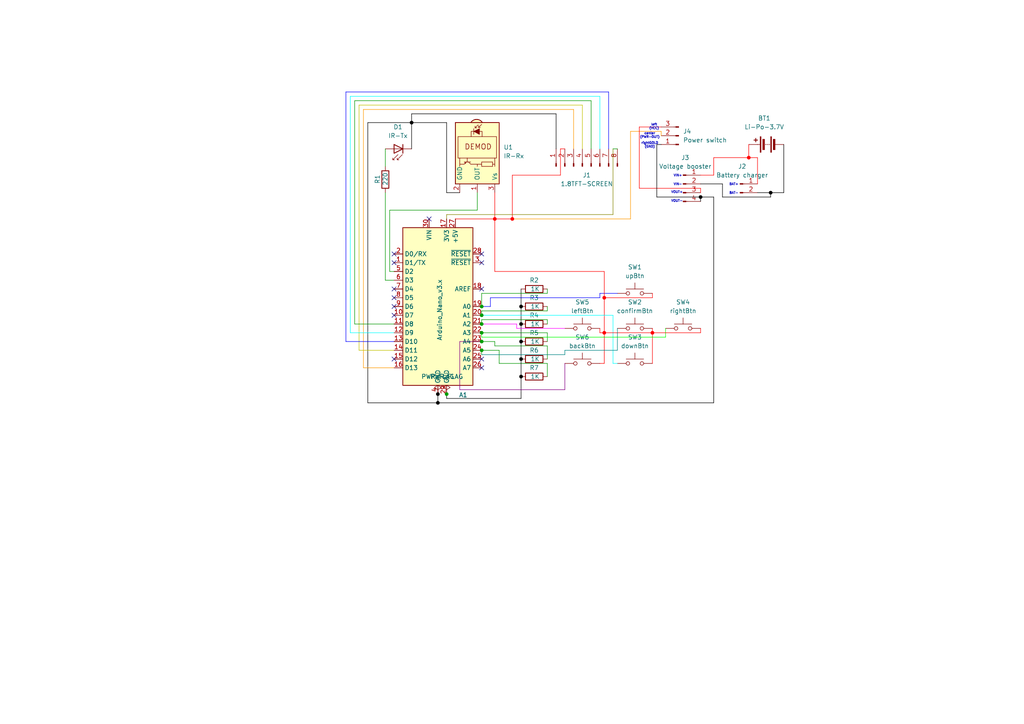
<source format=kicad_sch>
(kicad_sch (version 20231120) (generator "eeschema") (generator_version "8.0")
  (paper "A4")
  (lib_symbols
    (symbol "Connector:Conn_01x02_Pin" (pin_names (offset 1.016) hide)
      (property "Reference" "J" (at 0 2.54 0))
      (property "Value" "Conn_01x02_Pin" (at 0 -5.08 0))
      (symbol "Conn_01x02_Pin_1_1"
        (polyline (pts (xy 1.27 -2.54) (xy 0.8636 -2.54)) (stroke (width 0.1524)))
        (polyline (pts (xy 1.27 0) (xy 0.8636 0)) (stroke (width 0.1524)))
        (rectangle (start 0.8636 -2.413) (end 0 -2.667) (stroke (width 0.1524)) (fill (type outline)))
        (rectangle (start 0.8636 0.127) (end 0 -0.127) (stroke (width 0.1524)) (fill (type outline)))
        (pin passive line (at 5.08 0 180) (length 3.81) (name "Pin_1") (number "1"))
        (pin passive line (at 5.08 -2.54 180) (length 3.81) (name "Pin_2") (number "2"))
      )
    )
    (symbol "Connector:Conn_01x03_Pin" (pin_names (offset 1.016) hide)
      (property "Reference" "J" (at 0 5.08 0))
      (property "Value" "Conn_01x03_Pin" (at 0 -5.08 0))
      (symbol "Conn_01x03_Pin_1_1"
        (polyline (pts (xy 1.27 -2.54) (xy 0.8636 -2.54)) (stroke (width 0.1524)))
        (polyline (pts (xy 1.27 0) (xy 0.8636 0)) (stroke (width 0.1524)))
        (polyline (pts (xy 1.27 2.54) (xy 0.8636 2.54)) (stroke (width 0.1524)))
        (rectangle (start 0.8636 -2.413) (end 0 -2.667) (stroke (width 0.1524)) (fill (type outline)))
        (rectangle (start 0.8636 0.127) (end 0 -0.127) (stroke (width 0.1524)) (fill (type outline)))
        (rectangle (start 0.8636 2.667) (end 0 2.413) (stroke (width 0.1524)) (fill (type outline)))
        (pin passive line (at 5.08 2.54 180) (length 3.81) (name "Pin_1") (number "1"))
        (pin passive line (at 5.08 0 180) (length 3.81) (name "Pin_2") (number "2"))
        (pin passive line (at 5.08 -2.54 180) (length 3.81) (name "Pin_3") (number "3"))
      )
    )
    (symbol "Connector:Conn_01x04_Pin" (pin_names (offset 1.016) hide)
      (property "Reference" "J" (at 0 5.08 0))
      (property "Value" "Conn_01x04_Pin" (at 0 -7.62 0))
      (symbol "Conn_01x04_Pin_1_1"
        (polyline (pts (xy 1.27 -5.08) (xy 0.8636 -5.08)) (stroke (width 0.1524)))
        (polyline (pts (xy 1.27 -2.54) (xy 0.8636 -2.54)) (stroke (width 0.1524)))
        (polyline (pts (xy 1.27 0) (xy 0.8636 0)) (stroke (width 0.1524)))
        (polyline (pts (xy 1.27 2.54) (xy 0.8636 2.54)) (stroke (width 0.1524)))
        (rectangle (start 0.8636 -4.953) (end 0 -5.207) (stroke (width 0.1524)) (fill (type outline)))
        (rectangle (start 0.8636 -2.413) (end 0 -2.667) (stroke (width 0.1524)) (fill (type outline)))
        (rectangle (start 0.8636 0.127) (end 0 -0.127) (stroke (width 0.1524)) (fill (type outline)))
        (rectangle (start 0.8636 2.667) (end 0 2.413) (stroke (width 0.1524)) (fill (type outline)))
        (pin passive line (at 5.08 2.54 180) (length 3.81) (name "Pin_1") (number "1"))
        (pin passive line (at 5.08 0 180) (length 3.81) (name "Pin_2") (number "2"))
        (pin passive line (at 5.08 -2.54 180) (length 3.81) (name "Pin_3") (number "3"))
        (pin passive line (at 5.08 -5.08 180) (length 3.81) (name "Pin_4") (number "4"))
      )
    )
    (symbol "Connector:Conn_01x08_Pin" (pin_names (offset 1.016) hide)
      (property "Reference" "J" (at 0 10.16 0))
      (property "Value" "Conn_01x08_Pin" (at 0 -12.7 0))
      (symbol "Conn_01x08_Pin_1_1"
        (polyline (pts (xy 1.27 -10.16) (xy 0.8636 -10.16)) (stroke (width 0.1524)))
        (polyline (pts (xy 1.27 -7.62) (xy 0.8636 -7.62)) (stroke (width 0.1524)))
        (polyline (pts (xy 1.27 -5.08) (xy 0.8636 -5.08)) (stroke (width 0.1524)))
        (polyline (pts (xy 1.27 -2.54) (xy 0.8636 -2.54)) (stroke (width 0.1524)))
        (polyline (pts (xy 1.27 0) (xy 0.8636 0)) (stroke (width 0.1524)))
        (polyline (pts (xy 1.27 2.54) (xy 0.8636 2.54)) (stroke (width 0.1524)))
        (polyline (pts (xy 1.27 5.08) (xy 0.8636 5.08)) (stroke (width 0.1524)))
        (polyline (pts (xy 1.27 7.62) (xy 0.8636 7.62)) (stroke (width 0.1524)))
        (rectangle (start 0.8636 -10.033) (end 0 -10.287) (stroke (width 0.1524)) (fill (type outline)))
        (rectangle (start 0.8636 -7.493) (end 0 -7.747) (stroke (width 0.1524)) (fill (type outline)))
        (rectangle (start 0.8636 -4.953) (end 0 -5.207) (stroke (width 0.1524)) (fill (type outline)))
        (rectangle (start 0.8636 -2.413) (end 0 -2.667) (stroke (width 0.1524)) (fill (type outline)))
        (rectangle (start 0.8636 0.127) (end 0 -0.127) (stroke (width 0.1524)) (fill (type outline)))
        (rectangle (start 0.8636 2.667) (end 0 2.413) (stroke (width 0.1524)) (fill (type outline)))
        (rectangle (start 0.8636 5.207) (end 0 4.953) (stroke (width 0.1524)) (fill (type outline)))
        (rectangle (start 0.8636 7.747) (end 0 7.493) (stroke (width 0.1524)) (fill (type outline)))
        (pin passive line (at 5.08 7.62 180) (length 3.81) (name "Pin_1") (number "1"))
        (pin passive line (at 5.08 5.08 180) (length 3.81) (name "Pin_2") (number "2"))
        (pin passive line (at 5.08 2.54 180) (length 3.81) (name "Pin_3") (number "3"))
        (pin passive line (at 5.08 0 180) (length 3.81) (name "Pin_4") (number "4"))
        (pin passive line (at 5.08 -2.54 180) (length 3.81) (name "Pin_5") (number "5"))
        (pin passive line (at 5.08 -5.08 180) (length 3.81) (name "Pin_6") (number "6"))
        (pin passive line (at 5.08 -7.62 180) (length 3.81) (name "Pin_7") (number "7"))
        (pin passive line (at 5.08 -10.16 180) (length 3.81) (name "Pin_8") (number "8"))
      )
    )
    (symbol "Device:Battery" (pin_numbers hide) (pin_names (offset 0) hide)
      (property "Reference" "BT" (at 2.54 2.54 0))
      (property "Value" "Battery" (at 2.54 0 0))
      (symbol "Battery_0_1"
        (rectangle (start -2.286 -1.27) (end 2.286 -1.524) (fill (type outline)))
        (rectangle (start -2.286 1.778) (end 2.286 1.524) (fill (type outline)))
        (rectangle (start -1.524 -2.032) (end 1.524 -2.54) (fill (type outline)))
        (rectangle (start -1.524 1.016) (end 1.524 0.508) (fill (type outline)))
        (polyline (pts (xy 0 -1.016) (xy 0 -0.762)))
        (polyline (pts (xy 0 -0.508) (xy 0 -0.254)))
        (polyline (pts (xy 0 0) (xy 0 0.254)))
        (polyline (pts (xy 0 1.778) (xy 0 2.54)))
        (polyline (pts (xy 0.762 3.048) (xy 1.778 3.048)) (stroke (width 0.254)))
        (polyline (pts (xy 1.27 3.556) (xy 1.27 2.54)) (stroke (width 0.254)))
      )
      (symbol "Battery_1_1"
        (pin passive line (at 0 5.08 270) (length 2.54) (name "+") (number "1"))
        (pin passive line (at 0 -5.08 90) (length 2.54) (name "-") (number "2"))
      )
    )
    (symbol "Device:R" (pin_numbers hide) (pin_names (offset 0))
      (property "Reference" "R" (at 2.032 0 90))
      (property "Value" "R" (at 0 0 90))
      (symbol "R_0_1"
        (rectangle (start -1.016 -2.54) (end 1.016 2.54) (stroke (width 0.254)))
      )
      (symbol "R_1_1"
        (pin passive line (at 0 3.81 270) (length 1.27) (name "~") (number "1"))
        (pin passive line (at 0 -3.81 90) (length 1.27) (name "~") (number "2"))
      )
    )
    (symbol "Interface_Optical:TSDP341xx" (pin_names (offset 1.016))
      (property "Reference" "U" (at -10.16 7.62 0))
      (property "Value" "TSDP341xx" (at -10.16 -7.62 0))
      (symbol "TSDP341xx_0_0"
        (arc (start -10.287 1.397) (mid -11.0899 -0.1852) (end -10.287 -1.778) (stroke (width 0.254)) (fill (type background)))
        (polyline (pts (xy 1.905 -5.08) (xy 0.127 -5.08)))
        (polyline (pts (xy 1.905 5.08) (xy 0.127 5.08)))
        (text "DEMOD" (at -3.175 0.254 900) (effects (font (size 1.524 1.524))))
      )
      (symbol "TSDP341xx_0_1"
        (rectangle (start -6.096 5.588) (end 0.127 -5.588))
        (polyline (pts (xy -8.763 0.381) (xy -9.652 1.27)))
        (polyline (pts (xy -8.763 0.381) (xy -9.271 0.381)))
        (polyline (pts (xy -8.763 0.381) (xy -8.763 0.889)))
        (polyline (pts (xy -8.636 -0.635) (xy -9.525 0.254)))
        (polyline (pts (xy -8.636 -0.635) (xy -9.144 -0.635)))
        (polyline (pts (xy -8.636 -0.635) (xy -8.636 -0.127)))
        (polyline (pts (xy -8.382 -1.016) (xy -6.731 -1.016)))
        (polyline (pts (xy 1.27 -2.921) (xy 0.127 -2.921)))
        (polyline (pts (xy 1.27 -1.905) (xy 1.27 -3.81)))
        (polyline (pts (xy 1.397 -3.556) (xy 1.524 -3.556)))
        (polyline (pts (xy 1.651 -3.556) (xy 1.524 -3.556)))
        (polyline (pts (xy 1.651 -3.556) (xy 1.651 -3.302)))
        (polyline (pts (xy 1.905 0) (xy 1.905 1.27)))
        (polyline (pts (xy 1.905 4.445) (xy 1.905 5.08) (xy 2.54 5.08)))
        (polyline (pts (xy -8.382 0.635) (xy -6.731 0.635) (xy -7.62 -1.016) (xy -8.382 0.635)) (fill (type outline)))
        (polyline (pts (xy -6.096 1.397) (xy -7.62 1.397) (xy -7.62 -1.778) (xy -6.096 -1.778)))
        (polyline (pts (xy 1.27 -3.175) (xy 1.905 -3.81) (xy 1.905 -5.08) (xy 2.54 -5.08)))
        (polyline (pts (xy 1.27 -2.54) (xy 1.905 -1.905) (xy 1.905 0) (xy 2.54 0)))
        (rectangle (start 2.54 1.27) (end 1.27 4.445))
        (rectangle (start 7.62 6.35) (end -10.16 -6.35) (stroke (width 0.254)) (fill (type background)))
      )
      (symbol "TSDP341xx_1_1"
        (pin output line (at 10.16 0 180) (length 2.54) (name "OUT") (number "1"))
        (pin power_in line (at 10.16 -5.08 180) (length 2.54) (name "GND") (number "2"))
        (pin power_in line (at 10.16 5.08 180) (length 2.54) (name "Vs") (number "3"))
      )
    )
    (symbol "LED:LD271" (pin_numbers hide) (pin_names (offset 1.016) hide)
      (property "Reference" "D" (at 0.508 1.778 0))
      (property "Value" "LD271" (at -1.016 -2.794 0))
      (symbol "LD271_0_1"
        (polyline (pts (xy -2.54 1.27) (xy -2.54 -1.27)) (stroke (width 0.254)))
        (polyline (pts (xy 0 0) (xy -2.54 0)))
        (polyline (pts (xy 0.381 3.175) (xy -0.127 3.175)))
        (polyline (pts (xy -1.143 1.651) (xy 0.381 3.175) (xy 0.381 2.667)))
        (polyline (pts (xy 0 -1.27) (xy -2.54 0) (xy 0 1.27) (xy 0 -1.27)) (stroke (width 0.254)))
        (polyline (pts (xy -2.413 1.651) (xy -0.889 3.175) (xy -0.889 2.667) (xy -0.889 3.175) (xy -1.397 3.175)))
      )
      (symbol "LD271_1_1"
        (pin passive line (at -5.08 0 0) (length 2.54) (name "K") (number "1"))
        (pin passive line (at 2.54 0 180) (length 2.54) (name "A") (number "2"))
      )
    )
    (symbol "MCU_Module:Arduino_Nano_v3.x"
      (property "Reference" "A" (at -10.16 23.495 0))
      (property "Value" "Arduino_Nano_v3.x" (at 5.08 -24.13 0))
      (symbol "Arduino_Nano_v3.x_0_1"
        (rectangle (start -10.16 22.86) (end 10.16 -22.86) (stroke (width 0.254)) (fill (type background)))
      )
      (symbol "Arduino_Nano_v3.x_1_1"
        (pin bidirectional line (at -12.7 12.7 0) (length 2.54) (name "D1/TX") (number "1"))
        (pin bidirectional line (at -12.7 -2.54 0) (length 2.54) (name "D7") (number "10"))
        (pin bidirectional line (at -12.7 -5.08 0) (length 2.54) (name "D8") (number "11"))
        (pin bidirectional line (at -12.7 -7.62 0) (length 2.54) (name "D9") (number "12"))
        (pin bidirectional line (at -12.7 -10.16 0) (length 2.54) (name "D10") (number "13"))
        (pin bidirectional line (at -12.7 -12.7 0) (length 2.54) (name "D11") (number "14"))
        (pin bidirectional line (at -12.7 -15.24 0) (length 2.54) (name "D12") (number "15"))
        (pin bidirectional line (at -12.7 -17.78 0) (length 2.54) (name "D13") (number "16"))
        (pin power_out line (at 2.54 25.4 270) (length 2.54) (name "3V3") (number "17"))
        (pin input line (at 12.7 5.08 180) (length 2.54) (name "AREF") (number "18"))
        (pin bidirectional line (at 12.7 0 180) (length 2.54) (name "A0") (number "19"))
        (pin bidirectional line (at -12.7 15.24 0) (length 2.54) (name "D0/RX") (number "2"))
        (pin bidirectional line (at 12.7 -2.54 180) (length 2.54) (name "A1") (number "20"))
        (pin bidirectional line (at 12.7 -5.08 180) (length 2.54) (name "A2") (number "21"))
        (pin bidirectional line (at 12.7 -7.62 180) (length 2.54) (name "A3") (number "22"))
        (pin bidirectional line (at 12.7 -10.16 180) (length 2.54) (name "A4") (number "23"))
        (pin bidirectional line (at 12.7 -12.7 180) (length 2.54) (name "A5") (number "24"))
        (pin bidirectional line (at 12.7 -15.24 180) (length 2.54) (name "A6") (number "25"))
        (pin bidirectional line (at 12.7 -17.78 180) (length 2.54) (name "A7") (number "26"))
        (pin power_out line (at 5.08 25.4 270) (length 2.54) (name "+5V") (number "27"))
        (pin input line (at 12.7 15.24 180) (length 2.54) (name "~{RESET}") (number "28"))
        (pin power_in line (at 2.54 -25.4 90) (length 2.54) (name "GND") (number "29"))
        (pin input line (at 12.7 12.7 180) (length 2.54) (name "~{RESET}") (number "3"))
        (pin power_in line (at -2.54 25.4 270) (length 2.54) (name "VIN") (number "30"))
        (pin power_in line (at 0 -25.4 90) (length 2.54) (name "GND") (number "4"))
        (pin bidirectional line (at -12.7 10.16 0) (length 2.54) (name "D2") (number "5"))
        (pin bidirectional line (at -12.7 7.62 0) (length 2.54) (name "D3") (number "6"))
        (pin bidirectional line (at -12.7 5.08 0) (length 2.54) (name "D4") (number "7"))
        (pin bidirectional line (at -12.7 2.54 0) (length 2.54) (name "D5") (number "8"))
        (pin bidirectional line (at -12.7 0 0) (length 2.54) (name "D6") (number "9"))
      )
    )
    (symbol "Switch:SW_MEC_5G" (pin_numbers hide) (pin_names (offset 1.016) hide)
      (property "Reference" "SW" (at 1.27 2.54 0))
      (property "Value" "SW_MEC_5G" (at 0 -1.524 0))
      (symbol "SW_MEC_5G_0_1"
        (circle (center -2.032 0) (radius 0.508))
        (polyline (pts (xy 0 1.27) (xy 0 3.048)))
        (polyline (pts (xy 2.54 1.27) (xy -2.54 1.27)))
        (circle (center 2.032 0) (radius 0.508))
        (pin passive line (at -5.08 0 0) (length 2.54) (name "A") (number "1"))
        (pin passive line (at 5.08 0 180) (length 2.54) (name "B") (number "3"))
      )
      (symbol "SW_MEC_5G_1_1"
        (pin passive line (at -5.08 0 0) (length 2.54) hide (name "A") (number "2"))
        (pin passive line (at 5.08 0 180) (length 2.54) hide (name "B") (number "4"))
      )
    )
    (symbol "power:PWR_FLAG" (power) (pin_numbers hide) (pin_names (offset 0) hide)
      (property "Value" "PWR_FLAG" (at 0 3.81 0))
      (symbol "PWR_FLAG_0_0"
        (pin power_out line (at 0 0 90) (length 0) (name "~") (number "1"))
      )
      (symbol "PWR_FLAG_0_1"
        (polyline (pts (xy 0 0) (xy 0 1.27) (xy -1.016 1.905) (xy 0 2.54) (xy 1.016 1.905) (xy 0 1.27)))
      )
    )
  )
  (junction (at 151.13 88.9) (color 0 0 0 1))
  (junction (at 151.13 104.14) (color 0 0 0 1))
  (junction (at 175.26 96.52) (color 255 0 0 1))
  (junction (at 223.52 55.88) (color 0 0 0 1))
  (junction (at 139.7 91.44))
  (junction (at 151.13 93.98) (color 0 0 0 1))
  (junction (at 189.23 96.52) (color 255 0 0 1))
  (junction (at 127 116.84) (color 0 0 0 1))
  (junction (at 139.7 96.52))
  (junction (at 139.7 101.6))
  (junction (at 129.54 114.3))
  (junction (at 148.59 63.5) (color 255 0 0 1))
  (junction (at 139.7 99.06))
  (junction (at 139.7 88.9))
  (junction (at 203.2 57.15) (color 0 0 0 1))
  (junction (at 151.13 99.06) (color 0 0 0 1))
  (junction (at 119.38 35.56) (color 0 0 0 1))
  (junction (at 217.17 45.72) (color 255 0 0 1))
  (junction (at 127 114.3) (color 0 0 0 1))
  (junction (at 139.7 93.98))
  (junction (at 175.26 86.36) (color 255 0 0 1))
  (junction (at 151.13 109.22) (color 0 0 0 1))
  (junction (at 143.51 63.5) (color 255 0 0 1))
  (no_connect (at 114.3 83.82))
  (no_connect (at 114.3 104.14))
  (no_connect (at 139.7 83.82))
  (no_connect (at 139.7 76.2))
  (no_connect (at 114.3 86.36))
  (no_connect (at 114.3 91.44))
  (no_connect (at 114.3 76.2))
  (no_connect (at 139.7 73.66))
  (no_connect (at 124.46 63.5))
  (no_connect (at 139.7 106.68))
  (no_connect (at 114.3 73.66))
  (no_connect (at 114.3 88.9))
  (no_connect (at 139.7 104.14))
  (wire (pts (xy 171.45 43.18) (xy 171.45 29.21)))
  (wire (pts (xy 175.26 86.36) (xy 189.23 86.36)) (stroke (width 0) (color 255 0 0 1)))
  (wire (pts (xy 158.75 85.09) (xy 139.7 85.09)))
  (wire (pts (xy 127 116.84) (xy 106.68 116.84)) (stroke (width 0) (color 0 0 0 1)))
  (wire (pts (xy 151.13 115.57) (xy 129.54 115.57)) (stroke (width 0) (color 0 0 0 1)))
  (wire (pts (xy 101.6 96.52) (xy 114.3 96.52)) (stroke (width 0) (color 0 255 255 1)))
  (wire (pts (xy 163.83 43.18) (xy 162.56 43.18)) (stroke (width 0) (color 255 0 0 1)))
  (wire (pts (xy 163.83 113.03) (xy 163.83 105.41)) (stroke (width 0) (color 132 0 132 1)))
  (wire (pts (xy 161.29 43.18) (xy 161.29 33.02)) (stroke (width 0) (color 0 0 0 1)))
  (wire (pts (xy 203.2 54.61) (xy 185.42 54.61)) (stroke (width 0) (color 255 0 0 1)))
  (wire (pts (xy 106.68 35.56) (xy 119.38 35.56)) (stroke (width 0) (color 0 0 0 1)))
  (wire (pts (xy 148.59 63.5) (xy 143.51 63.5)) (stroke (width 0) (color 255 0 9 1)))
  (wire (pts (xy 189.23 95.25) (xy 189.23 96.52)) (stroke (width 0) (color 255 0 0 1)))
  (wire (pts (xy 158.75 90.17) (xy 139.7 90.17)))
  (wire (pts (xy 203.2 58.42) (xy 203.2 57.15)) (stroke (width 0) (color 0 0 0 1)))
  (wire (pts (xy 102.87 29.21) (xy 102.87 93.98)))
  (wire (pts (xy 173.99 105.41) (xy 175.26 105.41)) (stroke (width 0) (color 255 0 0 1)))
  (wire (pts (xy 143.51 55.88) (xy 143.51 63.5)) (stroke (width 0) (color 255 0 0 1)))
  (wire (pts (xy 139.7 96.52) (xy 139.7 97.79)) (stroke (width 0) (color 0 255 0 1)))
  (wire (pts (xy 227.33 55.88) (xy 227.33 41.91)) (stroke (width 0) (color 0 0 0 1)))
  (wire (pts (xy 175.26 78.74) (xy 143.51 78.74)) (stroke (width 0) (color 255 0 0 1)))
  (wire (pts (xy 177.8 43.18) (xy 177.8 62.23)) (stroke (width 0) (color 132 132 0 1)))
  (wire (pts (xy 207.01 57.15) (xy 207.01 116.84)) (stroke (width 0) (color 0 0 0 1)))
  (wire (pts (xy 113.03 78.74) (xy 114.3 78.74)))
  (wire (pts (xy 219.71 45.72) (xy 217.17 45.72)) (stroke (width 0) (color 255 0 0 1)))
  (wire (pts (xy 149.86 93.98) (xy 149.86 95.25)) (stroke (width 0) (color 255 0 255 1)))
  (wire (pts (xy 148.59 50.8) (xy 148.59 63.5)) (stroke (width 0) (color 255 0 0 1)))
  (wire (pts (xy 151.13 104.14) (xy 151.13 109.22)) (stroke (width 0) (color 0 0 0 1)))
  (wire (pts (xy 173.99 27.94) (xy 101.6 27.94)) (stroke (width 0) (color 0 255 255 1)))
  (wire (pts (xy 111.76 81.28) (xy 114.3 81.28)))
  (wire (pts (xy 151.13 99.06) (xy 151.13 104.14)) (stroke (width 0) (color 0 0 0 1)))
  (wire (pts (xy 179.07 101.6) (xy 179.07 95.25)) (stroke (width 0) (color 0 132 132 1)))
  (wire (pts (xy 129.54 62.23) (xy 129.54 63.5)) (stroke (width 0) (color 132 132 0 1)))
  (wire (pts (xy 142.24 88.9) (xy 142.24 86.36)) (stroke (width 0) (color 0 0 255 1)))
  (wire (pts (xy 158.75 100.33) (xy 143.51 100.33)))
  (wire (pts (xy 133.35 55.88) (xy 129.54 55.88)) (stroke (width 0) (color 0 0 0 1)))
  (wire (pts (xy 223.52 55.88) (xy 223.52 57.15)) (stroke (width 0) (color 0 0 0 1)))
  (wire (pts (xy 143.51 78.74) (xy 143.51 63.5)) (stroke (width 0) (color 255 0 0 1)))
  (wire (pts (xy 143.51 100.33) (xy 143.51 99.06)))
  (wire (pts (xy 158.75 83.82) (xy 158.75 85.09)))
  (wire (pts (xy 101.6 27.94) (xy 101.6 96.52)) (stroke (width 0) (color 0 255 255 1)))
  (wire (pts (xy 158.75 109.22) (xy 158.75 105.41)))
  (wire (pts (xy 100.33 99.06) (xy 114.3 99.06)) (stroke (width 0) (color 0 0 255 1)))
  (wire (pts (xy 113.03 60.96) (xy 113.03 78.74)))
  (wire (pts (xy 173.99 96.52) (xy 175.26 96.52)) (stroke (width 0) (color 255 0 0 1)))
  (wire (pts (xy 191.77 39.37) (xy 191.77 38.1)) (stroke (width 0) (color 255 153 0 1)))
  (wire (pts (xy 166.37 31.75) (xy 105.41 31.75)) (stroke (width 0) (color 255 153 0 1)))
  (wire (pts (xy 163.83 101.6) (xy 179.07 101.6)) (stroke (width 0) (color 0 132 132 1)))
  (wire (pts (xy 173.99 85.09) (xy 179.07 85.09)) (stroke (width 0) (color 0 0 255 1)))
  (wire (pts (xy 176.53 26.67) (xy 176.53 43.18)) (stroke (width 0) (color 0 0 255 1)))
  (wire (pts (xy 191.77 38.1) (xy 182.88 38.1)) (stroke (width 0) (color 255 153 0 1)))
  (wire (pts (xy 193.04 95.25) (xy 193.04 97.79)) (stroke (width 0) (color 0 255 0 1)))
  (wire (pts (xy 168.91 43.18) (xy 168.91 30.48)) (stroke (width 0) (color 194 194 0 1)))
  (wire (pts (xy 219.71 53.34) (xy 219.71 45.72)) (stroke (width 0) (color 255 0 0 1)))
  (wire (pts (xy 209.55 53.34) (xy 203.2 53.34)) (stroke (width 0) (color 0 0 0 1)))
  (wire (pts (xy 111.76 55.88) (xy 111.76 81.28)))
  (wire (pts (xy 158.75 99.06) (xy 158.75 96.52)))
  (wire (pts (xy 175.26 96.52) (xy 189.23 96.52)) (stroke (width 0) (color 255 0 0 1)))
  (wire (pts (xy 127 114.3) (xy 127 116.84)) (stroke (width 0) (color 0 0 0 1)))
  (wire (pts (xy 203.2 55.88) (xy 203.2 54.61)) (stroke (width 0) (color 255 0 0 1)))
  (wire (pts (xy 138.43 55.88) (xy 138.43 60.96)))
  (wire (pts (xy 217.17 45.72) (xy 217.17 41.91)) (stroke (width 0) (color 255 0 0 1)))
  (wire (pts (xy 139.7 93.98) (xy 149.86 93.98)) (stroke (width 0) (color 255 0 255 1)))
  (wire (pts (xy 182.88 63.5) (xy 148.59 63.5)) (stroke (width 0) (color 255 153 0 1)))
  (wire (pts (xy 173.99 95.25) (xy 173.99 96.52)) (stroke (width 0) (color 255 0 0 1)))
  (wire (pts (xy 139.7 99.06) (xy 133.35 99.06)) (stroke (width 0) (color 132 0 132 1)))
  (wire (pts (xy 139.7 101.6) (xy 139.7 102.87)))
  (wire (pts (xy 189.23 96.52) (xy 203.2 96.52)) (stroke (width 0) (color 255 0 0 1)))
  (wire (pts (xy 151.13 93.98) (xy 151.13 99.06)) (stroke (width 0) (color 0 0 0 1)))
  (wire (pts (xy 190.5 41.91) (xy 191.77 41.91)) (stroke (width 0) (color 0 0 0 1)))
  (wire (pts (xy 139.7 92.71) (xy 139.7 93.98)))
  (wire (pts (xy 100.33 26.67) (xy 100.33 99.06)) (stroke (width 0) (color 0 0 255 1)))
  (wire (pts (xy 158.75 93.98) (xy 158.75 92.71)))
  (wire (pts (xy 189.23 105.41) (xy 189.23 96.52)) (stroke (width 0) (color 255 0 0 1)))
  (wire (pts (xy 144.78 101.6) (xy 139.7 101.6)))
  (wire (pts (xy 175.26 86.36) (xy 175.26 78.74)) (stroke (width 0) (color 255 0 0 1)))
  (wire (pts (xy 207.01 45.72) (xy 207.01 50.8)) (stroke (width 0) (color 255 0 0 1)))
  (wire (pts (xy 223.52 57.15) (xy 209.55 57.15)) (stroke (width 0) (color 0 0 0 1)))
  (wire (pts (xy 129.54 35.56) (xy 119.38 35.56)) (stroke (width 0) (color 0 0 0 1)))
  (wire (pts (xy 138.43 60.96) (xy 113.03 60.96)))
  (wire (pts (xy 177.8 62.23) (xy 129.54 62.23)) (stroke (width 0) (color 132 132 0 1)))
  (wire (pts (xy 162.56 50.8) (xy 148.59 50.8)) (stroke (width 0) (color 255 0 0 1)))
  (wire (pts (xy 139.7 90.17) (xy 139.7 91.44)))
  (wire (pts (xy 151.13 83.82) (xy 151.13 88.9)) (stroke (width 0) (color 0 0 0 1)))
  (wire (pts (xy 189.23 85.09) (xy 189.23 86.36)) (stroke (width 0) (color 255 0 0 1)))
  (wire (pts (xy 163.83 102.87) (xy 163.83 101.6)) (stroke (width 0) (color 0 132 132 1)))
  (wire (pts (xy 177.8 91.44) (xy 177.8 105.41)) (stroke (width 0) (color 0 255 255 1)))
  (wire (pts (xy 129.54 55.88) (xy 129.54 35.56)) (stroke (width 0) (color 0 0 0 1)))
  (wire (pts (xy 151.13 109.22) (xy 151.13 115.57)) (stroke (width 0) (color 0 0 0 1)))
  (wire (pts (xy 102.87 93.98) (xy 114.3 93.98)))
  (wire (pts (xy 182.88 38.1) (xy 182.88 63.5)) (stroke (width 0) (color 255 153 0 1)))
  (wire (pts (xy 177.8 105.41) (xy 179.07 105.41)) (stroke (width 0) (color 0 255 255 1)))
  (wire (pts (xy 104.14 30.48) (xy 104.14 101.6)) (stroke (width 0) (color 194 194 0 1)))
  (wire (pts (xy 158.75 88.9) (xy 158.75 90.17)))
  (wire (pts (xy 127 116.84) (xy 207.01 116.84)) (stroke (width 0) (color 0 0 0 1)))
  (wire (pts (xy 162.56 43.18) (xy 162.56 50.8)) (stroke (width 0) (color 255 0 0 1)))
  (wire (pts (xy 111.76 43.18) (xy 111.76 48.26)))
  (wire (pts (xy 133.35 99.06) (xy 133.35 113.03)) (stroke (width 0) (color 132 0 132 1)))
  (wire (pts (xy 209.55 57.15) (xy 209.55 53.34)) (stroke (width 0) (color 0 0 0 1)))
  (wire (pts (xy 190.5 57.15) (xy 190.5 41.91)) (stroke (width 0) (color 0 0 0 1)))
  (wire (pts (xy 133.35 113.03) (xy 163.83 113.03)) (stroke (width 0) (color 132 0 132 1)))
  (wire (pts (xy 105.41 31.75) (xy 105.41 106.68)) (stroke (width 0) (color 255 153 0 1)))
  (wire (pts (xy 173.99 43.18) (xy 173.99 27.94)) (stroke (width 0) (color 0 255 255 1)))
  (wire (pts (xy 158.75 92.71) (xy 139.7 92.71)))
  (wire (pts (xy 161.29 33.02) (xy 119.38 33.02)) (stroke (width 0) (color 0 0 0 1)))
  (wire (pts (xy 144.78 105.41) (xy 144.78 101.6)))
  (wire (pts (xy 179.07 43.18) (xy 177.8 43.18)))
  (wire (pts (xy 166.37 43.18) (xy 166.37 31.75)) (stroke (width 0) (color 255 153 0 1)))
  (wire (pts (xy 185.42 54.61) (xy 185.42 36.83)) (stroke (width 0) (color 255 0 0 1)))
  (wire (pts (xy 175.26 96.52) (xy 175.26 86.36)) (stroke (width 0) (color 255 0 0 1)))
  (wire (pts (xy 203.2 57.15) (xy 207.01 57.15)) (stroke (width 0) (color 0 0 0 1)))
  (wire (pts (xy 129.54 115.57) (xy 129.54 114.3)) (stroke (width 0) (color 0 0 0 1)))
  (wire (pts (xy 203.2 95.25) (xy 203.2 96.52)) (stroke (width 0) (color 255 0 0 1)))
  (wire (pts (xy 143.51 63.5) (xy 132.08 63.5)) (stroke (width 0) (color 255 0 0 1)))
  (wire (pts (xy 203.2 57.15) (xy 190.5 57.15)) (stroke (width 0) (color 0 0 0 1)))
  (wire (pts (xy 223.52 55.88) (xy 227.33 55.88)) (stroke (width 0) (color 0 0 0 1)))
  (wire (pts (xy 139.7 96.52) (xy 158.75 96.52)))
  (wire (pts (xy 106.68 116.84) (xy 106.68 35.56)) (stroke (width 0) (color 0 0 0 1)))
  (wire (pts (xy 139.7 97.79) (xy 193.04 97.79)) (stroke (width 0) (color 0 255 0 1)))
  (wire (pts (xy 139.7 102.87) (xy 163.83 102.87)) (stroke (width 0) (color 0 132 132 1)))
  (wire (pts (xy 142.24 86.36) (xy 173.99 86.36)) (stroke (width 0) (color 0 0 255 1)))
  (wire (pts (xy 139.7 85.09) (xy 139.7 88.9)))
  (wire (pts (xy 185.42 36.83) (xy 191.77 36.83)) (stroke (width 0) (color 255 0 0 1)))
  (wire (pts (xy 105.41 106.68) (xy 114.3 106.68)) (stroke (width 0) (color 255 153 0 1)))
  (wire (pts (xy 143.51 99.06) (xy 139.7 99.06)))
  (wire (pts (xy 173.99 86.36) (xy 173.99 85.09)) (stroke (width 0) (color 0 0 255 1)))
  (wire (pts (xy 217.17 45.72) (xy 207.01 45.72)) (stroke (width 0) (color 255 0 0 1)))
  (wire (pts (xy 119.38 33.02) (xy 119.38 35.56)) (stroke (width 0) (color 0 0 0 1)))
  (wire (pts (xy 149.86 95.25) (xy 163.83 95.25)) (stroke (width 0) (color 255 0 255 1)))
  (wire (pts (xy 158.75 105.41) (xy 144.78 105.41)))
  (wire (pts (xy 168.91 30.48) (xy 104.14 30.48)) (stroke (width 0) (color 194 194 0 1)))
  (wire (pts (xy 171.45 29.21) (xy 102.87 29.21)))
  (wire (pts (xy 139.7 91.44) (xy 177.8 91.44)) (stroke (width 0) (color 0 255 255 1)))
  (wire (pts (xy 176.53 26.67) (xy 100.33 26.67)) (stroke (width 0) (color 0 0 255 1)))
  (wire (pts (xy 119.38 35.56) (xy 119.38 43.18)) (stroke (width 0) (color 0 0 0 1)))
  (wire (pts (xy 175.26 105.41) (xy 175.26 96.52)) (stroke (width 0) (color 255 0 0 1)))
  (wire (pts (xy 104.14 101.6) (xy 114.3 101.6)) (stroke (width 0) (color 194 194 0 1)))
  (wire (pts (xy 219.71 55.88) (xy 223.52 55.88)) (stroke (width 0) (color 0 0 0 1)))
  (wire (pts (xy 158.75 104.14) (xy 158.75 100.33)))
  (wire (pts (xy 151.13 88.9) (xy 151.13 93.98)) (stroke (width 0) (color 0 0 0 1)))
  (wire (pts (xy 207.01 50.8) (xy 203.2 50.8)) (stroke (width 0) (color 255 0 0 1)))
  (wire (pts (xy 139.7 88.9) (xy 142.24 88.9)) (stroke (width 0) (color 0 0 255 1)))
  (text "rightGOLD\n(GND)" (at 188.468 42.164 0) (effects (font (size 0.6604 0.6604))))
  (text "BAT-" (at 212.852 56.134 0) (effects (font (size 0.6604 0.6604))))
  (text "VOUT-" (at 196.342 58.42 0) (effects (font (size 0.6604 0.6604))))
  (text "VOUT+" (at 196.342 55.88 0) (effects (font (size 0.6604 0.6604))))
  (text "VIN+" (at 196.596 51.054 0) (effects (font (size 0.6604 0.6604))))
  (text "BAT+" (at 212.852 53.594 0) (effects (font (size 0.6604 0.6604))))
  (text "center\n(PWR-OUT)" (at 188.468 39.37 0) (effects (font (size 0.6604 0.6604))))
  (text "left\n(VCC)" (at 189.738 36.83 0) (effects (font (size 0.6604 0.6604))))
  (text "VIN-\n" (at 196.596 53.594 0) (effects (font (size 0.6604 0.6604))))
  (symbol (lib_id "Switch:SW_MEC_5G") (at 184.15 105.41 0) (unit 1)
    (property "Reference" "SW3" (at 184.15 97.79 0))
    (property "Value" "downBtn" (at 184.15 100.33 0))
    (property "Footprint" "Button_Switch_THT:SW_Push_2P1T_Toggle_CK_PVA1xxH2xxxxxxV2" (effects (hide yes)))
    (property "Datasheet" "http://www.apem.com/int/index.php?controller=attachment&id_attachment=488" (effects (hide yes)))
    (property "Description" "MEC 5G single pole normally-open tactile switch" (effects (hide yes)))
  )
  (symbol (lib_id "Device:R") (at 111.76 52.07 0) (unit 1)
    (property "Reference" "R1" (at 109.474 53.34 90) (effects (justify left)))
    (property "Value" "220" (at 111.76 53.848 90) (effects (justify left)))
    (property "Footprint" "Resistor_THT:R_Axial_DIN0204_L3.6mm_D1.6mm_P5.08mm_Horizontal" (effects (hide yes)))
    (property "Description" "Resistor" (effects (hide yes)))
  )
  (symbol (lib_id "Interface_Optical:TSDP341xx") (at 138.43 45.72 270) (unit 1)
    (property "Reference" "U1" (at 146.05 42.7149 90) (effects (justify left)))
    (property "Value" "IR-Rx" (at 146.05 45.2549 90) (effects (justify left)))
    (property "Footprint" "OptoDevice:Vishay_MOLD-3Pin" (effects (hide yes)))
    (property "Datasheet" "http://www.vishay.com/docs/82667/tsdp341.pdf" (effects (hide yes)))
    (property "Description" "IR Receiver Modules for Data Transmission" (effects (hide yes)))
  )
  (symbol (lib_id "Device:R") (at 154.94 99.06 90) (unit 1)
    (property "Reference" "R5" (at 154.94 96.52 90))
    (property "Value" "1K" (at 155.194 99.06 90))
    (property "Footprint" "Resistor_THT:R_Axial_DIN0204_L3.6mm_D1.6mm_P5.08mm_Horizontal" (effects (hide yes)))
    (property "Description" "Resistor" (effects (hide yes)))
  )
  (symbol (lib_id "Switch:SW_MEC_5G") (at 198.12 95.25 0) (unit 1)
    (property "Reference" "SW4" (at 198.12 87.63 0))
    (property "Value" "rightBtn" (at 198.12 90.17 0))
    (property "Footprint" "Button_Switch_THT:SW_Push_2P1T_Toggle_CK_PVA1xxH2xxxxxxV2" (effects (hide yes)))
    (property "Datasheet" "http://www.apem.com/int/index.php?controller=attachment&id_attachment=488" (effects (hide yes)))
    (property "Description" "MEC 5G single pole normally-open tactile switch" (effects (hide yes)))
  )
  (symbol (lib_id "Device:R") (at 154.94 83.82 90) (unit 1)
    (property "Reference" "R2" (at 154.94 81.28 90))
    (property "Value" "1K" (at 155.194 83.82 90))
    (property "Footprint" "Resistor_THT:R_Axial_DIN0204_L3.6mm_D1.6mm_P5.08mm_Horizontal" (effects (hide yes)))
    (property "Description" "Resistor" (effects (hide yes)))
  )
  (symbol (lib_id "Device:Battery") (at 222.25 41.91 90) (unit 1)
    (property "Reference" "BT1" (at 221.6785 34.29 90))
    (property "Value" "Li-Po-3.7V" (at 221.6785 36.83 90))
    (property "Footprint" "Connector_PinHeader_2.54mm:PinHeader_1x02_P2.54mm_Vertical" (effects (hide yes)))
    (property "Description" "Multiple-cell battery" (effects (hide yes)))
  )
  (symbol (lib_id "Device:R") (at 154.94 109.22 90) (unit 1)
    (property "Reference" "R7" (at 154.94 106.68 90))
    (property "Value" "1K" (at 155.194 109.22 90))
    (property "Footprint" "Resistor_THT:R_Axial_DIN0204_L3.6mm_D1.6mm_P5.08mm_Horizontal" (effects (hide yes)))
    (property "Description" "Resistor" (effects (hide yes)))
  )
  (symbol (lib_id "Connector:Conn_01x08_Pin") (at 168.91 48.26 90) (unit 1)
    (property "Reference" "J1" (at 170.18 50.8 90))
    (property "Value" "1.8TFT-SCREEN" (at 170.18 53.34 90))
    (property "Footprint" "Connector_PinSocket_2.54mm:PinSocket_1x08_P2.54mm_Vertical" (effects (hide yes)))
    (property "Description" "Generic connector, single row, 01x08, script generated" (effects (hide yes)))
  )
  (symbol (lib_id "LED:LD271") (at 114.3 43.18 180) (unit 1)
    (property "Reference" "D1" (at 115.443 36.83 0))
    (property "Value" "IR-Tx" (at 115.443 39.37 0))
    (property "Footprint" "LED_THT:LED_D5.0mm_IRGrey" (effects (hide yes)))
    (property "Datasheet" "http://www.alliedelec.com/m/d/40788c34903a719969df15f1fbea1056.pdf" (effects (hide yes)))
    (property "Description" "940nm IR-LED, 5mm" (effects (hide yes)))
  )
  (symbol (lib_id "Connector:Conn_01x03_Pin") (at 196.85 39.37 180) (unit 1)
    (property "Reference" "J4" (at 198.12 38.0999 0) (effects (justify right)))
    (property "Value" "Power switch" (at 198.12 40.6399 0) (effects (justify right)))
    (property "Footprint" "Connector_PinHeader_2.54mm:PinHeader_1x03_P2.54mm_Vertical" (effects (hide yes)))
    (property "Description" "Generic connector, single row, 01x03, script generated" (effects (hide yes)))
  )
  (symbol (lib_id "Device:R") (at 154.94 88.9 90) (unit 1)
    (property "Reference" "R3" (at 154.94 86.36 90))
    (property "Value" "1K" (at 155.194 88.9 90))
    (property "Footprint" "Resistor_THT:R_Axial_DIN0204_L3.6mm_D1.6mm_P5.08mm_Horizontal" (effects (hide yes)))
    (property "Description" "Resistor" (effects (hide yes)))
  )
  (symbol (lib_id "Switch:SW_MEC_5G") (at 168.91 105.41 0) (unit 1)
    (property "Reference" "SW6" (at 168.91 97.79 0))
    (property "Value" "backBtn" (at 168.91 100.33 0))
    (property "Footprint" "Button_Switch_THT:SW_Push_2P1T_Toggle_CK_PVA1xxH2xxxxxxV2" (effects (hide yes)))
    (property "Datasheet" "http://www.apem.com/int/index.php?controller=attachment&id_attachment=488" (effects (hide yes)))
    (property "Description" "MEC 5G single pole normally-open tactile switch" (effects (hide yes)))
  )
  (symbol (lib_id "MCU_Module:Arduino_Nano_v3.x") (at 127 88.9 0) (unit 1)
    (property "Reference" "A1" (at 133.096 114.554 0) (effects (justify left)))
    (property "Value" "Arduino_Nano_v3.x" (at 127.508 98.806 90) (effects (justify left)))
    (property "Footprint" "Module:Arduino_Nano" (effects (hide yes)))
    (property "Datasheet" "http://www.mouser.com/pdfdocs/Gravitech_Arduino_Nano3_0.pdf" (effects (hide yes)))
    (property "Description" "Arduino Nano v3.x" (effects (hide yes)))
  )
  (symbol (lib_id "Device:R") (at 154.94 104.14 90) (unit 1)
    (property "Reference" "R6" (at 154.94 101.6 90))
    (property "Value" "1K" (at 155.194 104.14 90))
    (property "Footprint" "Resistor_THT:R_Axial_DIN0204_L3.6mm_D1.6mm_P5.08mm_Horizontal" (effects (hide yes)))
    (property "Description" "Resistor" (effects (hide yes)))
  )
  (symbol (lib_id "power:PWR_FLAG") (at 127 114.3 0) (unit 1)
    (property "Reference" "#FLG01" (effects (hide yes)))
    (property "Value" "PWR_FLAG" (at 127 109.22 0))
    (property "Description" "Special symbol for telling ERC where power comes from" (effects (hide yes)))
  )
  (symbol (lib_id "Switch:SW_MEC_5G") (at 184.15 95.25 0) (unit 1)
    (property "Reference" "SW2" (at 184.15 87.63 0))
    (property "Value" "confirmBtn" (at 184.15 90.17 0))
    (property "Footprint" "Button_Switch_THT:SW_Push_2P1T_Toggle_CK_PVA1xxH2xxxxxxV2" (effects (hide yes)))
    (property "Datasheet" "http://www.apem.com/int/index.php?controller=attachment&id_attachment=488" (effects (hide yes)))
    (property "Description" "MEC 5G single pole normally-open tactile switch" (effects (hide yes)))
  )
  (symbol (lib_id "Connector:Conn_01x04_Pin") (at 198.12 53.34 0) (unit 1)
    (property "Reference" "J3" (at 198.755 45.72 0))
    (property "Value" "Voltage booster" (at 198.755 48.26 0))
    (property "Footprint" "Connector_PinHeader_2.54mm:PinHeader_1x04_P2.54mm_Vertical" (effects (hide yes)))
    (property "Description" "Generic connector, single row, 01x04, script generated" (effects (hide yes)))
  )
  (symbol (lib_id "Connector:Conn_01x02_Pin") (at 214.63 53.34 0) (unit 1)
    (property "Reference" "J2" (at 215.265 48.26 0))
    (property "Value" "Battery charger" (at 215.265 50.8 0))
    (property "Footprint" "Connector_PinHeader_2.54mm:PinHeader_1x02_P2.54mm_Vertical" (effects (hide yes)))
    (property "Description" "Generic connector, single row, 01x02, script generated" (effects (hide yes)))
  )
  (symbol (lib_id "power:PWR_FLAG") (at 129.54 114.3 0) (unit 1)
    (property "Reference" "#FLG02" (effects (hide yes)))
    (property "Value" "PWR_FLAG" (at 129.54 109.22 0))
    (property "Description" "Special symbol for telling ERC where power comes from" (effects (hide yes)))
  )
  (symbol (lib_id "Switch:SW_MEC_5G") (at 168.91 95.25 0) (unit 1)
    (property "Reference" "SW5" (at 168.91 87.63 0))
    (property "Value" "leftBtn" (at 168.91 90.17 0))
    (property "Footprint" "Button_Switch_THT:SW_Push_2P1T_Toggle_CK_PVA1xxH2xxxxxxV2" (effects (hide yes)))
    (property "Datasheet" "http://www.apem.com/int/index.php?controller=attachment&id_attachment=488" (effects (hide yes)))
    (property "Description" "MEC 5G single pole normally-open tactile switch" (effects (hide yes)))
  )
  (symbol (lib_id "Device:R") (at 154.94 93.98 90) (unit 1)
    (property "Reference" "R4" (at 154.94 91.44 90))
    (property "Value" "1K" (at 155.194 93.98 90))
    (property "Footprint" "Resistor_THT:R_Axial_DIN0204_L3.6mm_D1.6mm_P5.08mm_Horizontal" (effects (hide yes)))
    (property "Description" "Resistor" (effects (hide yes)))
  )
  (symbol (lib_id "Switch:SW_MEC_5G") (at 184.15 85.09 0) (unit 1)
    (property "Reference" "SW1" (at 184.15 77.47 0))
    (property "Value" "upBtn" (at 184.15 80.01 0))
    (property "Footprint" "Button_Switch_THT:SW_Push_2P1T_Toggle_CK_PVA1xxH2xxxxxxV2" (effects (hide yes)))
    (property "Datasheet" "http://www.apem.com/int/index.php?controller=attachment&id_attachment=488" (effects (hide yes)))
    (property "Description" "MEC 5G single pole normally-open tactile switch" (effects (hide yes)))
  )
)
</source>
